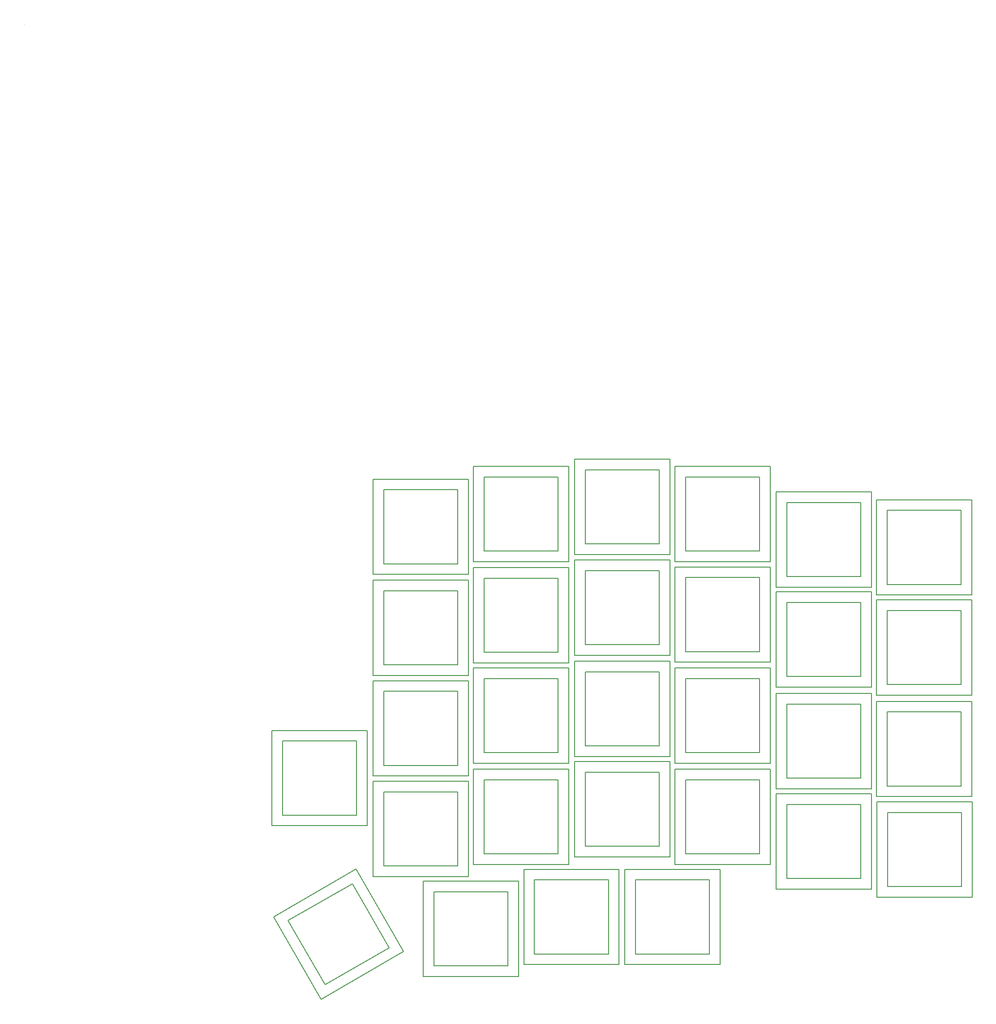
<source format=gbr>
G04 #@! TF.GenerationSoftware,KiCad,Pcbnew,8.0.5*
G04 #@! TF.CreationDate,2024-10-03T23:55:07-04:00*
G04 #@! TF.ProjectId,Lily58_Pro,4c696c79-3538-45f5-9072-6f2e6b696361,rev?*
G04 #@! TF.SameCoordinates,Original*
G04 #@! TF.FileFunction,Other,ECO2*
%FSLAX46Y46*%
G04 Gerber Fmt 4.6, Leading zero omitted, Abs format (unit mm)*
G04 Created by KiCad (PCBNEW 8.0.5) date 2024-10-03 23:55:07*
%MOMM*%
%LPD*%
G01*
G04 APERTURE LIST*
%ADD10C,0.100000*%
%ADD11C,0.150000*%
G04 APERTURE END LIST*
D10*
X45503294Y44952764D02*
X45503294Y44952764D01*
D11*
G04 #@! TO.C,SW1*
X111500000Y-41000000D02*
X129500000Y-41000000D01*
X111500000Y-59000000D02*
X111500000Y-41000000D01*
X113500000Y-43000000D02*
X127500000Y-43000000D01*
X113500000Y-57000000D02*
X113500000Y-43000000D01*
X127500000Y-43000000D02*
X127500000Y-57000000D01*
X127500000Y-57000000D02*
X113500000Y-57000000D01*
X129500000Y-41000000D02*
X129500000Y-59000000D01*
X129500000Y-59000000D02*
X111500000Y-59000000D01*
G04 #@! TO.C,SW2*
X130500000Y-38600000D02*
X148500000Y-38600000D01*
X130500000Y-56600000D02*
X130500000Y-38600000D01*
X132500000Y-40600000D02*
X146500000Y-40600000D01*
X132500000Y-54600000D02*
X132500000Y-40600000D01*
X146500000Y-40600000D02*
X146500000Y-54600000D01*
X146500000Y-54600000D02*
X132500000Y-54600000D01*
X148500000Y-38600000D02*
X148500000Y-56600000D01*
X148500000Y-56600000D02*
X130500000Y-56600000D01*
G04 #@! TO.C,SW3*
X149600000Y-37210000D02*
X167600000Y-37210000D01*
X149600000Y-55210000D02*
X149600000Y-37210000D01*
X151600000Y-39210000D02*
X165600000Y-39210000D01*
X151600000Y-53210000D02*
X151600000Y-39210000D01*
X165600000Y-39210000D02*
X165600000Y-53210000D01*
X165600000Y-53210000D02*
X151600000Y-53210000D01*
X167600000Y-37210000D02*
X167600000Y-55210000D01*
X167600000Y-55210000D02*
X149600000Y-55210000D01*
G04 #@! TO.C,SW4*
X168600000Y-38600000D02*
X186600000Y-38600000D01*
X168600000Y-56600000D02*
X168600000Y-38600000D01*
X170600000Y-40600000D02*
X184600000Y-40600000D01*
X170600000Y-54600000D02*
X170600000Y-40600000D01*
X184600000Y-40600000D02*
X184600000Y-54600000D01*
X184600000Y-54600000D02*
X170600000Y-54600000D01*
X186600000Y-38600000D02*
X186600000Y-56600000D01*
X186600000Y-56600000D02*
X168600000Y-56600000D01*
G04 #@! TO.C,SW5*
X187700000Y-43400000D02*
X205700000Y-43400000D01*
X187700000Y-61400000D02*
X187700000Y-43400000D01*
X189700000Y-45400000D02*
X203700000Y-45400000D01*
X189700000Y-59400000D02*
X189700000Y-45400000D01*
X203700000Y-45400000D02*
X203700000Y-59400000D01*
X203700000Y-59400000D02*
X189700000Y-59400000D01*
X205700000Y-43400000D02*
X205700000Y-61400000D01*
X205700000Y-61400000D02*
X187700000Y-61400000D01*
G04 #@! TO.C,SW6*
X206700000Y-44900000D02*
X224700000Y-44900000D01*
X206700000Y-62900000D02*
X206700000Y-44900000D01*
X208700000Y-46900000D02*
X222700000Y-46900000D01*
X208700000Y-60900000D02*
X208700000Y-46900000D01*
X222700000Y-46900000D02*
X222700000Y-60900000D01*
X222700000Y-60900000D02*
X208700000Y-60900000D01*
X224700000Y-44900000D02*
X224700000Y-62900000D01*
X224700000Y-62900000D02*
X206700000Y-62900000D01*
G04 #@! TO.C,SW7*
X111500000Y-60100000D02*
X129500000Y-60100000D01*
X111500000Y-78100000D02*
X111500000Y-60100000D01*
X113500000Y-62100000D02*
X127500000Y-62100000D01*
X113500000Y-76100000D02*
X113500000Y-62100000D01*
X127500000Y-62100000D02*
X127500000Y-76100000D01*
X127500000Y-76100000D02*
X113500000Y-76100000D01*
X129500000Y-60100000D02*
X129500000Y-78100000D01*
X129500000Y-78100000D02*
X111500000Y-78100000D01*
G04 #@! TO.C,SW8*
X130500000Y-57700000D02*
X148500000Y-57700000D01*
X130500000Y-75700000D02*
X130500000Y-57700000D01*
X132500000Y-59700000D02*
X146500000Y-59700000D01*
X132500000Y-73700000D02*
X132500000Y-59700000D01*
X146500000Y-59700000D02*
X146500000Y-73700000D01*
X146500000Y-73700000D02*
X132500000Y-73700000D01*
X148500000Y-57700000D02*
X148500000Y-75700000D01*
X148500000Y-75700000D02*
X130500000Y-75700000D01*
G04 #@! TO.C,SW9*
X149600000Y-56300000D02*
X167600000Y-56300000D01*
X149600000Y-74300000D02*
X149600000Y-56300000D01*
X151600000Y-58300000D02*
X165600000Y-58300000D01*
X151600000Y-72300000D02*
X151600000Y-58300000D01*
X165600000Y-58300000D02*
X165600000Y-72300000D01*
X165600000Y-72300000D02*
X151600000Y-72300000D01*
X167600000Y-56300000D02*
X167600000Y-74300000D01*
X167600000Y-74300000D02*
X149600000Y-74300000D01*
G04 #@! TO.C,SW10*
X168600000Y-57600000D02*
X186600000Y-57600000D01*
X168600000Y-75600000D02*
X168600000Y-57600000D01*
X170600000Y-59600000D02*
X184600000Y-59600000D01*
X170600000Y-73600000D02*
X170600000Y-59600000D01*
X184600000Y-59600000D02*
X184600000Y-73600000D01*
X184600000Y-73600000D02*
X170600000Y-73600000D01*
X186600000Y-57600000D02*
X186600000Y-75600000D01*
X186600000Y-75600000D02*
X168600000Y-75600000D01*
G04 #@! TO.C,SW11*
X187700000Y-62300000D02*
X205700000Y-62300000D01*
X187700000Y-80300000D02*
X187700000Y-62300000D01*
X189700000Y-64300000D02*
X203700000Y-64300000D01*
X189700000Y-78300000D02*
X189700000Y-64300000D01*
X203700000Y-64300000D02*
X203700000Y-78300000D01*
X203700000Y-78300000D02*
X189700000Y-78300000D01*
X205700000Y-62300000D02*
X205700000Y-80300000D01*
X205700000Y-80300000D02*
X187700000Y-80300000D01*
G04 #@! TO.C,SW12*
X206700000Y-63800000D02*
X224700000Y-63800000D01*
X206700000Y-81800000D02*
X206700000Y-63800000D01*
X208700000Y-65800000D02*
X222700000Y-65800000D01*
X208700000Y-79800000D02*
X208700000Y-65800000D01*
X222700000Y-65800000D02*
X222700000Y-79800000D01*
X222700000Y-79800000D02*
X208700000Y-79800000D01*
X224700000Y-63800000D02*
X224700000Y-81800000D01*
X224700000Y-81800000D02*
X206700000Y-81800000D01*
G04 #@! TO.C,SW13*
X111500000Y-79100000D02*
X129500000Y-79100000D01*
X111500000Y-97100000D02*
X111500000Y-79100000D01*
X113500000Y-81100000D02*
X127500000Y-81100000D01*
X113500000Y-95100000D02*
X113500000Y-81100000D01*
X127500000Y-81100000D02*
X127500000Y-95100000D01*
X127500000Y-95100000D02*
X113500000Y-95100000D01*
X129500000Y-79100000D02*
X129500000Y-97100000D01*
X129500000Y-97100000D02*
X111500000Y-97100000D01*
G04 #@! TO.C,SW14*
X130500000Y-76700000D02*
X148500000Y-76700000D01*
X130500000Y-94700000D02*
X130500000Y-76700000D01*
X132500000Y-78700000D02*
X146500000Y-78700000D01*
X132500000Y-92700000D02*
X132500000Y-78700000D01*
X146500000Y-78700000D02*
X146500000Y-92700000D01*
X146500000Y-92700000D02*
X132500000Y-92700000D01*
X148500000Y-76700000D02*
X148500000Y-94700000D01*
X148500000Y-94700000D02*
X130500000Y-94700000D01*
G04 #@! TO.C,SW15*
X149600000Y-75400000D02*
X167600000Y-75400000D01*
X149600000Y-93400000D02*
X149600000Y-75400000D01*
X151600000Y-77400000D02*
X165600000Y-77400000D01*
X151600000Y-91400000D02*
X151600000Y-77400000D01*
X165600000Y-77400000D02*
X165600000Y-91400000D01*
X165600000Y-91400000D02*
X151600000Y-91400000D01*
X167600000Y-75400000D02*
X167600000Y-93400000D01*
X167600000Y-93400000D02*
X149600000Y-93400000D01*
G04 #@! TO.C,SW16*
X168600000Y-76700000D02*
X186600000Y-76700000D01*
X168600000Y-94700000D02*
X168600000Y-76700000D01*
X170600000Y-78700000D02*
X184600000Y-78700000D01*
X170600000Y-92700000D02*
X170600000Y-78700000D01*
X184600000Y-78700000D02*
X184600000Y-92700000D01*
X184600000Y-92700000D02*
X170600000Y-92700000D01*
X186600000Y-76700000D02*
X186600000Y-94700000D01*
X186600000Y-94700000D02*
X168600000Y-94700000D01*
G04 #@! TO.C,SW17*
X187700000Y-81500000D02*
X205700000Y-81500000D01*
X187700000Y-99500000D02*
X187700000Y-81500000D01*
X189700000Y-83500000D02*
X203700000Y-83500000D01*
X189700000Y-97500000D02*
X189700000Y-83500000D01*
X203700000Y-83500000D02*
X203700000Y-97500000D01*
X203700000Y-97500000D02*
X189700000Y-97500000D01*
X205700000Y-81500000D02*
X205700000Y-99500000D01*
X205700000Y-99500000D02*
X187700000Y-99500000D01*
G04 #@! TO.C,SW18*
X206700000Y-83000000D02*
X224700000Y-83000000D01*
X206700000Y-101000000D02*
X206700000Y-83000000D01*
X208700000Y-85000000D02*
X222700000Y-85000000D01*
X208700000Y-99000000D02*
X208700000Y-85000000D01*
X222700000Y-85000000D02*
X222700000Y-99000000D01*
X222700000Y-99000000D02*
X208700000Y-99000000D01*
X224700000Y-83000000D02*
X224700000Y-101000000D01*
X224700000Y-101000000D02*
X206700000Y-101000000D01*
G04 #@! TO.C,SW19*
X111500000Y-98100000D02*
X129500000Y-98100000D01*
X111500000Y-116100000D02*
X111500000Y-98100000D01*
X113500000Y-100100000D02*
X127500000Y-100100000D01*
X113500000Y-114100000D02*
X113500000Y-100100000D01*
X127500000Y-100100000D02*
X127500000Y-114100000D01*
X127500000Y-114100000D02*
X113500000Y-114100000D01*
X129500000Y-98100000D02*
X129500000Y-116100000D01*
X129500000Y-116100000D02*
X111500000Y-116100000D01*
G04 #@! TO.C,SW20*
X130500000Y-95800000D02*
X148500000Y-95800000D01*
X130500000Y-113800000D02*
X130500000Y-95800000D01*
X132500000Y-97800000D02*
X146500000Y-97800000D01*
X132500000Y-111800000D02*
X132500000Y-97800000D01*
X146500000Y-97800000D02*
X146500000Y-111800000D01*
X146500000Y-111800000D02*
X132500000Y-111800000D01*
X148500000Y-95800000D02*
X148500000Y-113800000D01*
X148500000Y-113800000D02*
X130500000Y-113800000D01*
G04 #@! TO.C,SW21*
X149600000Y-94400000D02*
X167600000Y-94400000D01*
X149600000Y-112400000D02*
X149600000Y-94400000D01*
X151600000Y-96400000D02*
X165600000Y-96400000D01*
X151600000Y-110400000D02*
X151600000Y-96400000D01*
X165600000Y-96400000D02*
X165600000Y-110400000D01*
X165600000Y-110400000D02*
X151600000Y-110400000D01*
X167600000Y-94400000D02*
X167600000Y-112400000D01*
X167600000Y-112400000D02*
X149600000Y-112400000D01*
G04 #@! TO.C,SW22*
X168600000Y-95800000D02*
X186600000Y-95800000D01*
X168600000Y-113800000D02*
X168600000Y-95800000D01*
X170600000Y-97800000D02*
X184600000Y-97800000D01*
X170600000Y-111800000D02*
X170600000Y-97800000D01*
X184600000Y-97800000D02*
X184600000Y-111800000D01*
X184600000Y-111800000D02*
X170600000Y-111800000D01*
X186600000Y-95800000D02*
X186600000Y-113800000D01*
X186600000Y-113800000D02*
X168600000Y-113800000D01*
G04 #@! TO.C,SW23*
X187700000Y-100500000D02*
X205700000Y-100500000D01*
X187700000Y-118500000D02*
X187700000Y-100500000D01*
X189700000Y-102500000D02*
X203700000Y-102500000D01*
X189700000Y-116500000D02*
X189700000Y-102500000D01*
X203700000Y-102500000D02*
X203700000Y-116500000D01*
X203700000Y-116500000D02*
X189700000Y-116500000D01*
X205700000Y-100500000D02*
X205700000Y-118500000D01*
X205700000Y-118500000D02*
X187700000Y-118500000D01*
G04 #@! TO.C,SW24*
X206750000Y-102000000D02*
X224750000Y-102000000D01*
X206750000Y-120000000D02*
X206750000Y-102000000D01*
X208750000Y-104000000D02*
X222750000Y-104000000D01*
X208750000Y-118000000D02*
X208750000Y-104000000D01*
X222750000Y-104000000D02*
X222750000Y-118000000D01*
X222750000Y-118000000D02*
X208750000Y-118000000D01*
X224750000Y-102000000D02*
X224750000Y-120000000D01*
X224750000Y-120000000D02*
X206750000Y-120000000D01*
G04 #@! TO.C,SW25*
X92400000Y-88500000D02*
X110400000Y-88500000D01*
X92400000Y-106500000D02*
X92400000Y-88500000D01*
X94400000Y-90500000D02*
X108400000Y-90500000D01*
X94400000Y-104500000D02*
X94400000Y-90500000D01*
X108400000Y-90500000D02*
X108400000Y-104500000D01*
X108400000Y-104500000D02*
X94400000Y-104500000D01*
X110400000Y-88500000D02*
X110400000Y-106500000D01*
X110400000Y-106500000D02*
X92400000Y-106500000D01*
G04 #@! TO.C,SW26*
X92705771Y-123705771D02*
X108294229Y-114705771D01*
X95437822Y-124437822D02*
X107562178Y-117437822D01*
X101705771Y-139294229D02*
X92705771Y-123705771D01*
X102437822Y-136562178D02*
X95437822Y-124437822D01*
X107562178Y-117437822D02*
X114562178Y-129562178D01*
X108294229Y-114705771D02*
X117294229Y-130294229D01*
X114562178Y-129562178D02*
X102437822Y-136562178D01*
X117294229Y-130294229D02*
X101705771Y-139294229D01*
G04 #@! TO.C,SW27*
X121000000Y-117000000D02*
X139000000Y-117000000D01*
X121000000Y-135000000D02*
X121000000Y-117000000D01*
X123000000Y-119000000D02*
X137000000Y-119000000D01*
X123000000Y-133000000D02*
X123000000Y-119000000D01*
X137000000Y-119000000D02*
X137000000Y-133000000D01*
X137000000Y-133000000D02*
X123000000Y-133000000D01*
X139000000Y-117000000D02*
X139000000Y-135000000D01*
X139000000Y-135000000D02*
X121000000Y-135000000D01*
G04 #@! TO.C,SW28*
X140000000Y-114750000D02*
X158000000Y-114750000D01*
X140000000Y-132750000D02*
X140000000Y-114750000D01*
X142000000Y-116750000D02*
X156000000Y-116750000D01*
X142000000Y-130750000D02*
X142000000Y-116750000D01*
X156000000Y-116750000D02*
X156000000Y-130750000D01*
X156000000Y-130750000D02*
X142000000Y-130750000D01*
X158000000Y-114750000D02*
X158000000Y-132750000D01*
X158000000Y-132750000D02*
X140000000Y-132750000D01*
G04 #@! TO.C,SW29*
X159100000Y-114750000D02*
X177100000Y-114750000D01*
X159100000Y-132750000D02*
X159100000Y-114750000D01*
X161100000Y-116750000D02*
X175100000Y-116750000D01*
X161100000Y-130750000D02*
X161100000Y-116750000D01*
X175100000Y-116750000D02*
X175100000Y-130750000D01*
X175100000Y-130750000D02*
X161100000Y-130750000D01*
X177100000Y-114750000D02*
X177100000Y-132750000D01*
X177100000Y-132750000D02*
X159100000Y-132750000D01*
G04 #@! TD*
M02*

</source>
